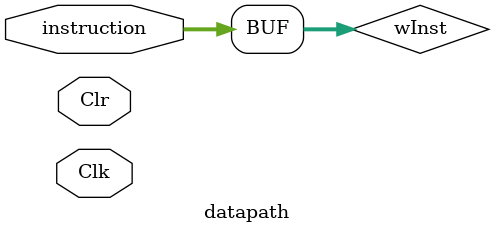
<source format=v>
module datapath(input [31:0] instruction, input Clr, Clk);

	//Wires
	wire wShEn, wRotEn, wRegEn, wRamEn, wInstEn, wMarEn, wMdrEn, wSel, wMdrSel, 
		 wV, wC, wN, wZ, wC_rot, wC_shift, wC_alu, wMFC, wRW;

	wire [1:0] wWordSel;
	wire [3:0] wOp, wRa, wRb, wRc;
	wire [31:0] wRotOut, wShiftOut, wAluOut, wMuxOut, wMdrMuxOut, wRegY0, wRegY1, wInst, wRamOut, wMar, wMdr;
	wire [11:0] wShifter_operand;

	assign wInst = instruction;

	//register32 stat_Reg; 

	//Modules
	instruction_decoder decoder (wShEn, wRotEn, wRegEn, wRamEn, wInstEn, wMarEn, wMdrEn, wMFC, wWordSel, wMdrSel, wSel, wOp, wRa, wRb, 
								 wRc, wShifter_operand, wInst);

	register_file		registers (wRegY0, wRegY1, wAluOut, wRa, wRb, wRc, wRegEn, Clk, Clr);

	rightRotator_32		rRotator (wRotOut, wC_rot, wShifter_operand, wRotEn, wC);
	
	shifter_32			shift (wShiftOut, wC_shift, wRegY1, wShifter_operand, wC, wShEn);

	mux_2x1				mux2_1 (wMuxOut, wSel, wRotOut, wShiftOut);

	mux_2x1				mdrMux (wMdrMuxOut, wMdrSel, wAluOut, wRamOut);

	arm_alu				alu (wAluOut, wV, wC_alu, wN, wZ, wRegY0, wMuxOut, wOp, wC );

	memory_unit			ram (wRamOut, wMFC, wRamEn, wRW, wMar, wMdr, wWordSel);

	register32 			instRegister (wInst, wRamOut, wInstEn, Clr, Clk);

	register32 			mdr (wMdr, wMdrMuxOut, wMdrEn, Clr, Clk);

	register32 			mar (wMar, wAluOut, wMarEn, Clr, Clk);

endmodule
</source>
